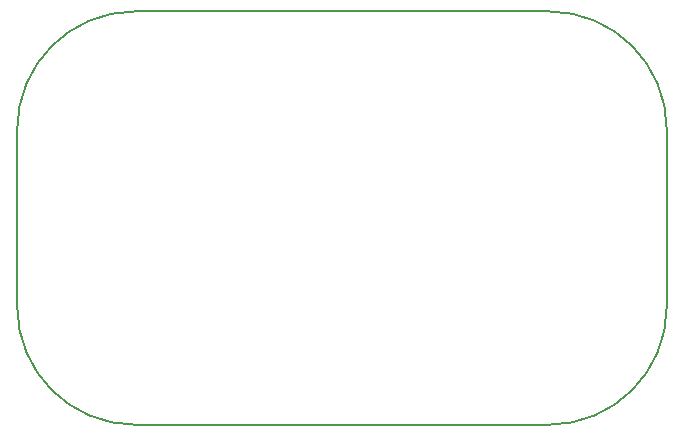
<source format=gbr>
G04 #@! TF.GenerationSoftware,KiCad,Pcbnew,(5.0.0)*
G04 #@! TF.CreationDate,2018-12-09T19:24:41+09:00*
G04 #@! TF.ProjectId,PocketBeagle,506F636B6574426561676C652E6B6963,rev?*
G04 #@! TF.SameCoordinates,Original*
G04 #@! TF.FileFunction,Profile,NP*
%FSLAX46Y46*%
G04 Gerber Fmt 4.6, Leading zero omitted, Abs format (unit mm)*
G04 Created by KiCad (PCBNEW (5.0.0)) date 12/09/18 19:24:41*
%MOMM*%
%LPD*%
G01*
G04 APERTURE LIST*
%ADD10C,0.150000*%
G04 APERTURE END LIST*
D10*
X166001100Y-87503600D02*
X131001100Y-87503600D01*
X121001100Y-97503600D02*
X121001100Y-112503600D01*
X131001100Y-122503600D02*
G75*
G02X121001100Y-112503600I0J10000000D01*
G01*
X121001100Y-97503600D02*
G75*
G02X131001100Y-87503600I10000000J0D01*
G01*
X176001100Y-112503600D02*
X176001100Y-97503600D01*
X131001100Y-122503600D02*
X166001100Y-122503600D01*
X176001100Y-112503600D02*
G75*
G02X166001100Y-122503600I-10000000J0D01*
G01*
X166001100Y-87503600D02*
G75*
G02X176001100Y-97503600I0J-10000000D01*
G01*
M02*

</source>
